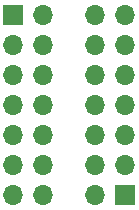
<source format=gts>
G04 #@! TF.GenerationSoftware,KiCad,Pcbnew,7.0.0-da2b9df05c~163~ubuntu22.04.1*
G04 #@! TF.CreationDate,2023-03-12T19:31:38+00:00*
G04 #@! TF.ProjectId,flippity,666c6970-7069-4747-992e-6b696361645f,rev?*
G04 #@! TF.SameCoordinates,Original*
G04 #@! TF.FileFunction,Soldermask,Top*
G04 #@! TF.FilePolarity,Negative*
%FSLAX46Y46*%
G04 Gerber Fmt 4.6, Leading zero omitted, Abs format (unit mm)*
G04 Created by KiCad (PCBNEW 7.0.0-da2b9df05c~163~ubuntu22.04.1) date 2023-03-12 19:31:38*
%MOMM*%
%LPD*%
G01*
G04 APERTURE LIST*
%ADD10R,1.700000X1.700000*%
%ADD11O,1.700000X1.700000*%
G04 APERTURE END LIST*
D10*
X152526999Y-106679999D03*
D11*
X149986999Y-106679999D03*
X152526999Y-104139999D03*
X149986999Y-104139999D03*
X152526999Y-101599999D03*
X149986999Y-101599999D03*
X152526999Y-99059999D03*
X149986999Y-99059999D03*
X152526999Y-96519999D03*
X149986999Y-96519999D03*
X152526999Y-93979999D03*
X149986999Y-93979999D03*
X152526999Y-91439999D03*
X149986999Y-91439999D03*
D10*
X143040999Y-91439999D03*
D11*
X145580999Y-91439999D03*
X143040999Y-93979999D03*
X145580999Y-93979999D03*
X143040999Y-96519999D03*
X145580999Y-96519999D03*
X143040999Y-99059999D03*
X145580999Y-99059999D03*
X143040999Y-101599999D03*
X145580999Y-101599999D03*
X143040999Y-104139999D03*
X145580999Y-104139999D03*
X143040999Y-106679999D03*
X145580999Y-106679999D03*
M02*

</source>
